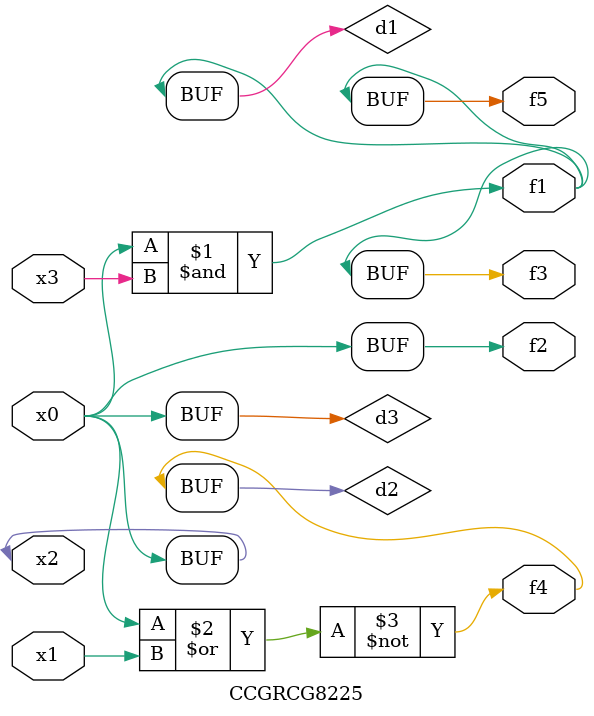
<source format=v>
module CCGRCG8225(
	input x0, x1, x2, x3,
	output f1, f2, f3, f4, f5
);

	wire d1, d2, d3;

	and (d1, x2, x3);
	nor (d2, x0, x1);
	buf (d3, x0, x2);
	assign f1 = d1;
	assign f2 = d3;
	assign f3 = d1;
	assign f4 = d2;
	assign f5 = d1;
endmodule

</source>
